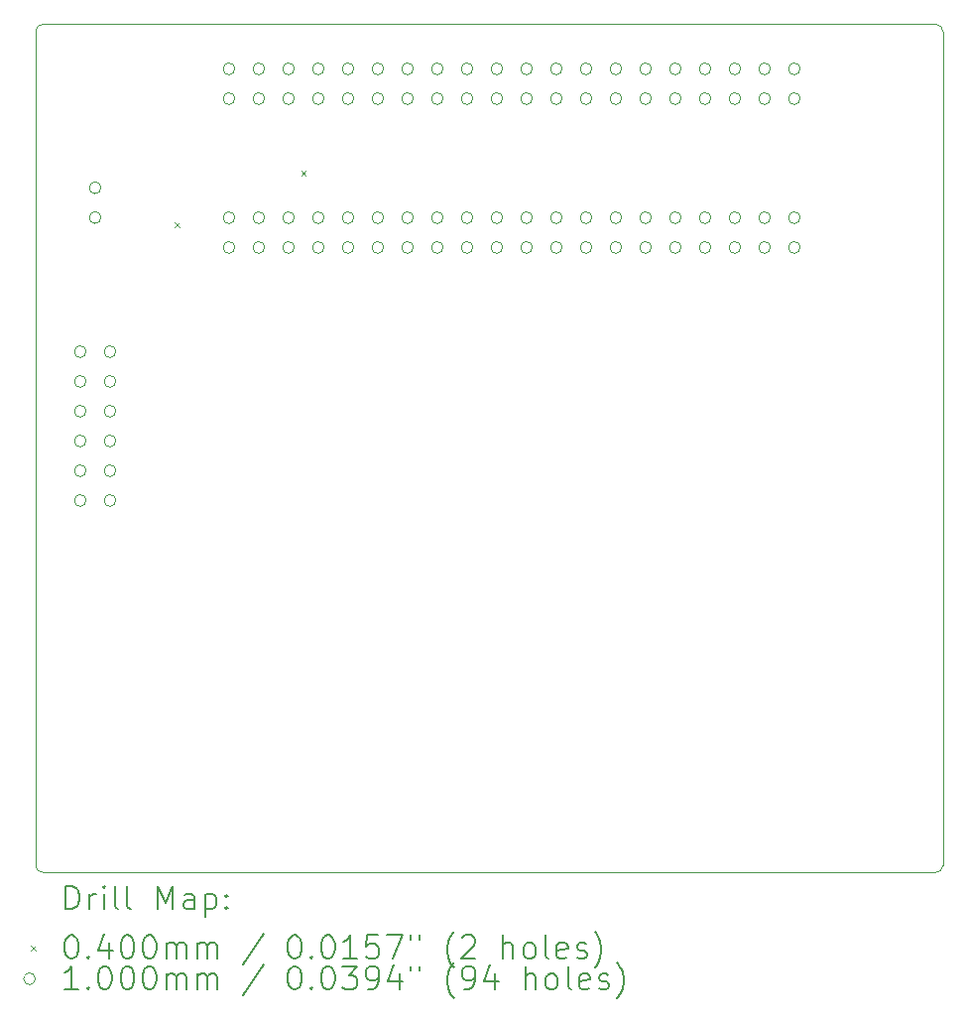
<source format=gbr>
%TF.GenerationSoftware,KiCad,Pcbnew,7.0.11-7.0.11~ubuntu20.04.1*%
%TF.CreationDate,2024-08-17T18:13:59+02:00*%
%TF.ProjectId,kicad-kria-pi4-ext,6b696361-642d-46b7-9269-612d7069342d,1.0*%
%TF.SameCoordinates,Original*%
%TF.FileFunction,Drillmap*%
%TF.FilePolarity,Positive*%
%FSLAX45Y45*%
G04 Gerber Fmt 4.5, Leading zero omitted, Abs format (unit mm)*
G04 Created by KiCad (PCBNEW 7.0.11-7.0.11~ubuntu20.04.1) date 2024-08-17 18:13:59*
%MOMM*%
%LPD*%
G01*
G04 APERTURE LIST*
%ADD10C,0.050000*%
%ADD11C,0.200000*%
%ADD12C,0.100000*%
G04 APERTURE END LIST*
D10*
X16192500Y-11684000D02*
G75*
G03*
X16256000Y-11620500I0J63500D01*
G01*
X16192500Y-11684000D02*
X8572500Y-11684000D01*
X8572500Y-4445000D02*
G75*
G03*
X8509000Y-4508500I0J-63500D01*
G01*
X8509000Y-11620500D02*
G75*
G03*
X8572500Y-11684000I63500J0D01*
G01*
X8572500Y-4445000D02*
X16192500Y-4445000D01*
X16256000Y-4508500D02*
G75*
G03*
X16192500Y-4445000I-63500J0D01*
G01*
X8509000Y-11620500D02*
X8509000Y-4508500D01*
X16256000Y-4508500D02*
X16256000Y-11620500D01*
D11*
D12*
X9695500Y-6139500D02*
X9735500Y-6179500D01*
X9735500Y-6139500D02*
X9695500Y-6179500D01*
X10775000Y-5695000D02*
X10815000Y-5735000D01*
X10815000Y-5695000D02*
X10775000Y-5735000D01*
X8940000Y-7239000D02*
G75*
G03*
X8840000Y-7239000I-50000J0D01*
G01*
X8840000Y-7239000D02*
G75*
G03*
X8940000Y-7239000I50000J0D01*
G01*
X8940000Y-7493000D02*
G75*
G03*
X8840000Y-7493000I-50000J0D01*
G01*
X8840000Y-7493000D02*
G75*
G03*
X8940000Y-7493000I50000J0D01*
G01*
X8940000Y-7747000D02*
G75*
G03*
X8840000Y-7747000I-50000J0D01*
G01*
X8840000Y-7747000D02*
G75*
G03*
X8940000Y-7747000I50000J0D01*
G01*
X8940000Y-8001000D02*
G75*
G03*
X8840000Y-8001000I-50000J0D01*
G01*
X8840000Y-8001000D02*
G75*
G03*
X8940000Y-8001000I50000J0D01*
G01*
X8940000Y-8255000D02*
G75*
G03*
X8840000Y-8255000I-50000J0D01*
G01*
X8840000Y-8255000D02*
G75*
G03*
X8940000Y-8255000I50000J0D01*
G01*
X8940000Y-8509000D02*
G75*
G03*
X8840000Y-8509000I-50000J0D01*
G01*
X8840000Y-8509000D02*
G75*
G03*
X8940000Y-8509000I50000J0D01*
G01*
X9067000Y-5841500D02*
G75*
G03*
X8967000Y-5841500I-50000J0D01*
G01*
X8967000Y-5841500D02*
G75*
G03*
X9067000Y-5841500I50000J0D01*
G01*
X9067000Y-6095500D02*
G75*
G03*
X8967000Y-6095500I-50000J0D01*
G01*
X8967000Y-6095500D02*
G75*
G03*
X9067000Y-6095500I50000J0D01*
G01*
X9194000Y-7239000D02*
G75*
G03*
X9094000Y-7239000I-50000J0D01*
G01*
X9094000Y-7239000D02*
G75*
G03*
X9194000Y-7239000I50000J0D01*
G01*
X9194000Y-7493000D02*
G75*
G03*
X9094000Y-7493000I-50000J0D01*
G01*
X9094000Y-7493000D02*
G75*
G03*
X9194000Y-7493000I50000J0D01*
G01*
X9194000Y-7747000D02*
G75*
G03*
X9094000Y-7747000I-50000J0D01*
G01*
X9094000Y-7747000D02*
G75*
G03*
X9194000Y-7747000I50000J0D01*
G01*
X9194000Y-8001000D02*
G75*
G03*
X9094000Y-8001000I-50000J0D01*
G01*
X9094000Y-8001000D02*
G75*
G03*
X9194000Y-8001000I50000J0D01*
G01*
X9194000Y-8255000D02*
G75*
G03*
X9094000Y-8255000I-50000J0D01*
G01*
X9094000Y-8255000D02*
G75*
G03*
X9194000Y-8255000I50000J0D01*
G01*
X9194000Y-8509000D02*
G75*
G03*
X9094000Y-8509000I-50000J0D01*
G01*
X9094000Y-8509000D02*
G75*
G03*
X9194000Y-8509000I50000J0D01*
G01*
X10210000Y-4826000D02*
G75*
G03*
X10110000Y-4826000I-50000J0D01*
G01*
X10110000Y-4826000D02*
G75*
G03*
X10210000Y-4826000I50000J0D01*
G01*
X10210000Y-5080000D02*
G75*
G03*
X10110000Y-5080000I-50000J0D01*
G01*
X10110000Y-5080000D02*
G75*
G03*
X10210000Y-5080000I50000J0D01*
G01*
X10210000Y-6096000D02*
G75*
G03*
X10110000Y-6096000I-50000J0D01*
G01*
X10110000Y-6096000D02*
G75*
G03*
X10210000Y-6096000I50000J0D01*
G01*
X10210000Y-6350000D02*
G75*
G03*
X10110000Y-6350000I-50000J0D01*
G01*
X10110000Y-6350000D02*
G75*
G03*
X10210000Y-6350000I50000J0D01*
G01*
X10464000Y-4826000D02*
G75*
G03*
X10364000Y-4826000I-50000J0D01*
G01*
X10364000Y-4826000D02*
G75*
G03*
X10464000Y-4826000I50000J0D01*
G01*
X10464000Y-5080000D02*
G75*
G03*
X10364000Y-5080000I-50000J0D01*
G01*
X10364000Y-5080000D02*
G75*
G03*
X10464000Y-5080000I50000J0D01*
G01*
X10464000Y-6096000D02*
G75*
G03*
X10364000Y-6096000I-50000J0D01*
G01*
X10364000Y-6096000D02*
G75*
G03*
X10464000Y-6096000I50000J0D01*
G01*
X10464000Y-6350000D02*
G75*
G03*
X10364000Y-6350000I-50000J0D01*
G01*
X10364000Y-6350000D02*
G75*
G03*
X10464000Y-6350000I50000J0D01*
G01*
X10718000Y-4826000D02*
G75*
G03*
X10618000Y-4826000I-50000J0D01*
G01*
X10618000Y-4826000D02*
G75*
G03*
X10718000Y-4826000I50000J0D01*
G01*
X10718000Y-5080000D02*
G75*
G03*
X10618000Y-5080000I-50000J0D01*
G01*
X10618000Y-5080000D02*
G75*
G03*
X10718000Y-5080000I50000J0D01*
G01*
X10718000Y-6096000D02*
G75*
G03*
X10618000Y-6096000I-50000J0D01*
G01*
X10618000Y-6096000D02*
G75*
G03*
X10718000Y-6096000I50000J0D01*
G01*
X10718000Y-6350000D02*
G75*
G03*
X10618000Y-6350000I-50000J0D01*
G01*
X10618000Y-6350000D02*
G75*
G03*
X10718000Y-6350000I50000J0D01*
G01*
X10972000Y-4826000D02*
G75*
G03*
X10872000Y-4826000I-50000J0D01*
G01*
X10872000Y-4826000D02*
G75*
G03*
X10972000Y-4826000I50000J0D01*
G01*
X10972000Y-5080000D02*
G75*
G03*
X10872000Y-5080000I-50000J0D01*
G01*
X10872000Y-5080000D02*
G75*
G03*
X10972000Y-5080000I50000J0D01*
G01*
X10972000Y-6096000D02*
G75*
G03*
X10872000Y-6096000I-50000J0D01*
G01*
X10872000Y-6096000D02*
G75*
G03*
X10972000Y-6096000I50000J0D01*
G01*
X10972000Y-6350000D02*
G75*
G03*
X10872000Y-6350000I-50000J0D01*
G01*
X10872000Y-6350000D02*
G75*
G03*
X10972000Y-6350000I50000J0D01*
G01*
X11226000Y-4826000D02*
G75*
G03*
X11126000Y-4826000I-50000J0D01*
G01*
X11126000Y-4826000D02*
G75*
G03*
X11226000Y-4826000I50000J0D01*
G01*
X11226000Y-5080000D02*
G75*
G03*
X11126000Y-5080000I-50000J0D01*
G01*
X11126000Y-5080000D02*
G75*
G03*
X11226000Y-5080000I50000J0D01*
G01*
X11226000Y-6096000D02*
G75*
G03*
X11126000Y-6096000I-50000J0D01*
G01*
X11126000Y-6096000D02*
G75*
G03*
X11226000Y-6096000I50000J0D01*
G01*
X11226000Y-6350000D02*
G75*
G03*
X11126000Y-6350000I-50000J0D01*
G01*
X11126000Y-6350000D02*
G75*
G03*
X11226000Y-6350000I50000J0D01*
G01*
X11480000Y-4826000D02*
G75*
G03*
X11380000Y-4826000I-50000J0D01*
G01*
X11380000Y-4826000D02*
G75*
G03*
X11480000Y-4826000I50000J0D01*
G01*
X11480000Y-5080000D02*
G75*
G03*
X11380000Y-5080000I-50000J0D01*
G01*
X11380000Y-5080000D02*
G75*
G03*
X11480000Y-5080000I50000J0D01*
G01*
X11480000Y-6096000D02*
G75*
G03*
X11380000Y-6096000I-50000J0D01*
G01*
X11380000Y-6096000D02*
G75*
G03*
X11480000Y-6096000I50000J0D01*
G01*
X11480000Y-6350000D02*
G75*
G03*
X11380000Y-6350000I-50000J0D01*
G01*
X11380000Y-6350000D02*
G75*
G03*
X11480000Y-6350000I50000J0D01*
G01*
X11734000Y-4826000D02*
G75*
G03*
X11634000Y-4826000I-50000J0D01*
G01*
X11634000Y-4826000D02*
G75*
G03*
X11734000Y-4826000I50000J0D01*
G01*
X11734000Y-5080000D02*
G75*
G03*
X11634000Y-5080000I-50000J0D01*
G01*
X11634000Y-5080000D02*
G75*
G03*
X11734000Y-5080000I50000J0D01*
G01*
X11734000Y-6096000D02*
G75*
G03*
X11634000Y-6096000I-50000J0D01*
G01*
X11634000Y-6096000D02*
G75*
G03*
X11734000Y-6096000I50000J0D01*
G01*
X11734000Y-6350000D02*
G75*
G03*
X11634000Y-6350000I-50000J0D01*
G01*
X11634000Y-6350000D02*
G75*
G03*
X11734000Y-6350000I50000J0D01*
G01*
X11988000Y-4826000D02*
G75*
G03*
X11888000Y-4826000I-50000J0D01*
G01*
X11888000Y-4826000D02*
G75*
G03*
X11988000Y-4826000I50000J0D01*
G01*
X11988000Y-5080000D02*
G75*
G03*
X11888000Y-5080000I-50000J0D01*
G01*
X11888000Y-5080000D02*
G75*
G03*
X11988000Y-5080000I50000J0D01*
G01*
X11988000Y-6096000D02*
G75*
G03*
X11888000Y-6096000I-50000J0D01*
G01*
X11888000Y-6096000D02*
G75*
G03*
X11988000Y-6096000I50000J0D01*
G01*
X11988000Y-6350000D02*
G75*
G03*
X11888000Y-6350000I-50000J0D01*
G01*
X11888000Y-6350000D02*
G75*
G03*
X11988000Y-6350000I50000J0D01*
G01*
X12242000Y-4826000D02*
G75*
G03*
X12142000Y-4826000I-50000J0D01*
G01*
X12142000Y-4826000D02*
G75*
G03*
X12242000Y-4826000I50000J0D01*
G01*
X12242000Y-5080000D02*
G75*
G03*
X12142000Y-5080000I-50000J0D01*
G01*
X12142000Y-5080000D02*
G75*
G03*
X12242000Y-5080000I50000J0D01*
G01*
X12242000Y-6096000D02*
G75*
G03*
X12142000Y-6096000I-50000J0D01*
G01*
X12142000Y-6096000D02*
G75*
G03*
X12242000Y-6096000I50000J0D01*
G01*
X12242000Y-6350000D02*
G75*
G03*
X12142000Y-6350000I-50000J0D01*
G01*
X12142000Y-6350000D02*
G75*
G03*
X12242000Y-6350000I50000J0D01*
G01*
X12496000Y-4826000D02*
G75*
G03*
X12396000Y-4826000I-50000J0D01*
G01*
X12396000Y-4826000D02*
G75*
G03*
X12496000Y-4826000I50000J0D01*
G01*
X12496000Y-5080000D02*
G75*
G03*
X12396000Y-5080000I-50000J0D01*
G01*
X12396000Y-5080000D02*
G75*
G03*
X12496000Y-5080000I50000J0D01*
G01*
X12496000Y-6096000D02*
G75*
G03*
X12396000Y-6096000I-50000J0D01*
G01*
X12396000Y-6096000D02*
G75*
G03*
X12496000Y-6096000I50000J0D01*
G01*
X12496000Y-6350000D02*
G75*
G03*
X12396000Y-6350000I-50000J0D01*
G01*
X12396000Y-6350000D02*
G75*
G03*
X12496000Y-6350000I50000J0D01*
G01*
X12750000Y-4826000D02*
G75*
G03*
X12650000Y-4826000I-50000J0D01*
G01*
X12650000Y-4826000D02*
G75*
G03*
X12750000Y-4826000I50000J0D01*
G01*
X12750000Y-5080000D02*
G75*
G03*
X12650000Y-5080000I-50000J0D01*
G01*
X12650000Y-5080000D02*
G75*
G03*
X12750000Y-5080000I50000J0D01*
G01*
X12750000Y-6096000D02*
G75*
G03*
X12650000Y-6096000I-50000J0D01*
G01*
X12650000Y-6096000D02*
G75*
G03*
X12750000Y-6096000I50000J0D01*
G01*
X12750000Y-6350000D02*
G75*
G03*
X12650000Y-6350000I-50000J0D01*
G01*
X12650000Y-6350000D02*
G75*
G03*
X12750000Y-6350000I50000J0D01*
G01*
X13004000Y-4826000D02*
G75*
G03*
X12904000Y-4826000I-50000J0D01*
G01*
X12904000Y-4826000D02*
G75*
G03*
X13004000Y-4826000I50000J0D01*
G01*
X13004000Y-5080000D02*
G75*
G03*
X12904000Y-5080000I-50000J0D01*
G01*
X12904000Y-5080000D02*
G75*
G03*
X13004000Y-5080000I50000J0D01*
G01*
X13004000Y-6096000D02*
G75*
G03*
X12904000Y-6096000I-50000J0D01*
G01*
X12904000Y-6096000D02*
G75*
G03*
X13004000Y-6096000I50000J0D01*
G01*
X13004000Y-6350000D02*
G75*
G03*
X12904000Y-6350000I-50000J0D01*
G01*
X12904000Y-6350000D02*
G75*
G03*
X13004000Y-6350000I50000J0D01*
G01*
X13258000Y-4826000D02*
G75*
G03*
X13158000Y-4826000I-50000J0D01*
G01*
X13158000Y-4826000D02*
G75*
G03*
X13258000Y-4826000I50000J0D01*
G01*
X13258000Y-5080000D02*
G75*
G03*
X13158000Y-5080000I-50000J0D01*
G01*
X13158000Y-5080000D02*
G75*
G03*
X13258000Y-5080000I50000J0D01*
G01*
X13258000Y-6096000D02*
G75*
G03*
X13158000Y-6096000I-50000J0D01*
G01*
X13158000Y-6096000D02*
G75*
G03*
X13258000Y-6096000I50000J0D01*
G01*
X13258000Y-6350000D02*
G75*
G03*
X13158000Y-6350000I-50000J0D01*
G01*
X13158000Y-6350000D02*
G75*
G03*
X13258000Y-6350000I50000J0D01*
G01*
X13512000Y-4826000D02*
G75*
G03*
X13412000Y-4826000I-50000J0D01*
G01*
X13412000Y-4826000D02*
G75*
G03*
X13512000Y-4826000I50000J0D01*
G01*
X13512000Y-5080000D02*
G75*
G03*
X13412000Y-5080000I-50000J0D01*
G01*
X13412000Y-5080000D02*
G75*
G03*
X13512000Y-5080000I50000J0D01*
G01*
X13512000Y-6096000D02*
G75*
G03*
X13412000Y-6096000I-50000J0D01*
G01*
X13412000Y-6096000D02*
G75*
G03*
X13512000Y-6096000I50000J0D01*
G01*
X13512000Y-6350000D02*
G75*
G03*
X13412000Y-6350000I-50000J0D01*
G01*
X13412000Y-6350000D02*
G75*
G03*
X13512000Y-6350000I50000J0D01*
G01*
X13766000Y-4826000D02*
G75*
G03*
X13666000Y-4826000I-50000J0D01*
G01*
X13666000Y-4826000D02*
G75*
G03*
X13766000Y-4826000I50000J0D01*
G01*
X13766000Y-5080000D02*
G75*
G03*
X13666000Y-5080000I-50000J0D01*
G01*
X13666000Y-5080000D02*
G75*
G03*
X13766000Y-5080000I50000J0D01*
G01*
X13766000Y-6096000D02*
G75*
G03*
X13666000Y-6096000I-50000J0D01*
G01*
X13666000Y-6096000D02*
G75*
G03*
X13766000Y-6096000I50000J0D01*
G01*
X13766000Y-6350000D02*
G75*
G03*
X13666000Y-6350000I-50000J0D01*
G01*
X13666000Y-6350000D02*
G75*
G03*
X13766000Y-6350000I50000J0D01*
G01*
X14020000Y-4826000D02*
G75*
G03*
X13920000Y-4826000I-50000J0D01*
G01*
X13920000Y-4826000D02*
G75*
G03*
X14020000Y-4826000I50000J0D01*
G01*
X14020000Y-5080000D02*
G75*
G03*
X13920000Y-5080000I-50000J0D01*
G01*
X13920000Y-5080000D02*
G75*
G03*
X14020000Y-5080000I50000J0D01*
G01*
X14020000Y-6096000D02*
G75*
G03*
X13920000Y-6096000I-50000J0D01*
G01*
X13920000Y-6096000D02*
G75*
G03*
X14020000Y-6096000I50000J0D01*
G01*
X14020000Y-6350000D02*
G75*
G03*
X13920000Y-6350000I-50000J0D01*
G01*
X13920000Y-6350000D02*
G75*
G03*
X14020000Y-6350000I50000J0D01*
G01*
X14274000Y-4826000D02*
G75*
G03*
X14174000Y-4826000I-50000J0D01*
G01*
X14174000Y-4826000D02*
G75*
G03*
X14274000Y-4826000I50000J0D01*
G01*
X14274000Y-5080000D02*
G75*
G03*
X14174000Y-5080000I-50000J0D01*
G01*
X14174000Y-5080000D02*
G75*
G03*
X14274000Y-5080000I50000J0D01*
G01*
X14274000Y-6096000D02*
G75*
G03*
X14174000Y-6096000I-50000J0D01*
G01*
X14174000Y-6096000D02*
G75*
G03*
X14274000Y-6096000I50000J0D01*
G01*
X14274000Y-6350000D02*
G75*
G03*
X14174000Y-6350000I-50000J0D01*
G01*
X14174000Y-6350000D02*
G75*
G03*
X14274000Y-6350000I50000J0D01*
G01*
X14528000Y-4826000D02*
G75*
G03*
X14428000Y-4826000I-50000J0D01*
G01*
X14428000Y-4826000D02*
G75*
G03*
X14528000Y-4826000I50000J0D01*
G01*
X14528000Y-5080000D02*
G75*
G03*
X14428000Y-5080000I-50000J0D01*
G01*
X14428000Y-5080000D02*
G75*
G03*
X14528000Y-5080000I50000J0D01*
G01*
X14528000Y-6096000D02*
G75*
G03*
X14428000Y-6096000I-50000J0D01*
G01*
X14428000Y-6096000D02*
G75*
G03*
X14528000Y-6096000I50000J0D01*
G01*
X14528000Y-6350000D02*
G75*
G03*
X14428000Y-6350000I-50000J0D01*
G01*
X14428000Y-6350000D02*
G75*
G03*
X14528000Y-6350000I50000J0D01*
G01*
X14782000Y-4826000D02*
G75*
G03*
X14682000Y-4826000I-50000J0D01*
G01*
X14682000Y-4826000D02*
G75*
G03*
X14782000Y-4826000I50000J0D01*
G01*
X14782000Y-5080000D02*
G75*
G03*
X14682000Y-5080000I-50000J0D01*
G01*
X14682000Y-5080000D02*
G75*
G03*
X14782000Y-5080000I50000J0D01*
G01*
X14782000Y-6096000D02*
G75*
G03*
X14682000Y-6096000I-50000J0D01*
G01*
X14682000Y-6096000D02*
G75*
G03*
X14782000Y-6096000I50000J0D01*
G01*
X14782000Y-6350000D02*
G75*
G03*
X14682000Y-6350000I-50000J0D01*
G01*
X14682000Y-6350000D02*
G75*
G03*
X14782000Y-6350000I50000J0D01*
G01*
X15036000Y-4826000D02*
G75*
G03*
X14936000Y-4826000I-50000J0D01*
G01*
X14936000Y-4826000D02*
G75*
G03*
X15036000Y-4826000I50000J0D01*
G01*
X15036000Y-5080000D02*
G75*
G03*
X14936000Y-5080000I-50000J0D01*
G01*
X14936000Y-5080000D02*
G75*
G03*
X15036000Y-5080000I50000J0D01*
G01*
X15036000Y-6096000D02*
G75*
G03*
X14936000Y-6096000I-50000J0D01*
G01*
X14936000Y-6096000D02*
G75*
G03*
X15036000Y-6096000I50000J0D01*
G01*
X15036000Y-6350000D02*
G75*
G03*
X14936000Y-6350000I-50000J0D01*
G01*
X14936000Y-6350000D02*
G75*
G03*
X15036000Y-6350000I50000J0D01*
G01*
D11*
X8767277Y-11997984D02*
X8767277Y-11797984D01*
X8767277Y-11797984D02*
X8814896Y-11797984D01*
X8814896Y-11797984D02*
X8843467Y-11807508D01*
X8843467Y-11807508D02*
X8862515Y-11826555D01*
X8862515Y-11826555D02*
X8872039Y-11845603D01*
X8872039Y-11845603D02*
X8881563Y-11883698D01*
X8881563Y-11883698D02*
X8881563Y-11912269D01*
X8881563Y-11912269D02*
X8872039Y-11950365D01*
X8872039Y-11950365D02*
X8862515Y-11969412D01*
X8862515Y-11969412D02*
X8843467Y-11988460D01*
X8843467Y-11988460D02*
X8814896Y-11997984D01*
X8814896Y-11997984D02*
X8767277Y-11997984D01*
X8967277Y-11997984D02*
X8967277Y-11864650D01*
X8967277Y-11902746D02*
X8976801Y-11883698D01*
X8976801Y-11883698D02*
X8986324Y-11874174D01*
X8986324Y-11874174D02*
X9005372Y-11864650D01*
X9005372Y-11864650D02*
X9024420Y-11864650D01*
X9091086Y-11997984D02*
X9091086Y-11864650D01*
X9091086Y-11797984D02*
X9081563Y-11807508D01*
X9081563Y-11807508D02*
X9091086Y-11817031D01*
X9091086Y-11817031D02*
X9100610Y-11807508D01*
X9100610Y-11807508D02*
X9091086Y-11797984D01*
X9091086Y-11797984D02*
X9091086Y-11817031D01*
X9214896Y-11997984D02*
X9195848Y-11988460D01*
X9195848Y-11988460D02*
X9186324Y-11969412D01*
X9186324Y-11969412D02*
X9186324Y-11797984D01*
X9319658Y-11997984D02*
X9300610Y-11988460D01*
X9300610Y-11988460D02*
X9291086Y-11969412D01*
X9291086Y-11969412D02*
X9291086Y-11797984D01*
X9548229Y-11997984D02*
X9548229Y-11797984D01*
X9548229Y-11797984D02*
X9614896Y-11940841D01*
X9614896Y-11940841D02*
X9681563Y-11797984D01*
X9681563Y-11797984D02*
X9681563Y-11997984D01*
X9862515Y-11997984D02*
X9862515Y-11893222D01*
X9862515Y-11893222D02*
X9852991Y-11874174D01*
X9852991Y-11874174D02*
X9833944Y-11864650D01*
X9833944Y-11864650D02*
X9795848Y-11864650D01*
X9795848Y-11864650D02*
X9776801Y-11874174D01*
X9862515Y-11988460D02*
X9843467Y-11997984D01*
X9843467Y-11997984D02*
X9795848Y-11997984D01*
X9795848Y-11997984D02*
X9776801Y-11988460D01*
X9776801Y-11988460D02*
X9767277Y-11969412D01*
X9767277Y-11969412D02*
X9767277Y-11950365D01*
X9767277Y-11950365D02*
X9776801Y-11931317D01*
X9776801Y-11931317D02*
X9795848Y-11921793D01*
X9795848Y-11921793D02*
X9843467Y-11921793D01*
X9843467Y-11921793D02*
X9862515Y-11912269D01*
X9957753Y-11864650D02*
X9957753Y-12064650D01*
X9957753Y-11874174D02*
X9976801Y-11864650D01*
X9976801Y-11864650D02*
X10014896Y-11864650D01*
X10014896Y-11864650D02*
X10033944Y-11874174D01*
X10033944Y-11874174D02*
X10043467Y-11883698D01*
X10043467Y-11883698D02*
X10052991Y-11902746D01*
X10052991Y-11902746D02*
X10052991Y-11959888D01*
X10052991Y-11959888D02*
X10043467Y-11978936D01*
X10043467Y-11978936D02*
X10033944Y-11988460D01*
X10033944Y-11988460D02*
X10014896Y-11997984D01*
X10014896Y-11997984D02*
X9976801Y-11997984D01*
X9976801Y-11997984D02*
X9957753Y-11988460D01*
X10138705Y-11978936D02*
X10148229Y-11988460D01*
X10148229Y-11988460D02*
X10138705Y-11997984D01*
X10138705Y-11997984D02*
X10129182Y-11988460D01*
X10129182Y-11988460D02*
X10138705Y-11978936D01*
X10138705Y-11978936D02*
X10138705Y-11997984D01*
X10138705Y-11874174D02*
X10148229Y-11883698D01*
X10148229Y-11883698D02*
X10138705Y-11893222D01*
X10138705Y-11893222D02*
X10129182Y-11883698D01*
X10129182Y-11883698D02*
X10138705Y-11874174D01*
X10138705Y-11874174D02*
X10138705Y-11893222D01*
D12*
X8466500Y-12306500D02*
X8506500Y-12346500D01*
X8506500Y-12306500D02*
X8466500Y-12346500D01*
D11*
X8805372Y-12217984D02*
X8824420Y-12217984D01*
X8824420Y-12217984D02*
X8843467Y-12227508D01*
X8843467Y-12227508D02*
X8852991Y-12237031D01*
X8852991Y-12237031D02*
X8862515Y-12256079D01*
X8862515Y-12256079D02*
X8872039Y-12294174D01*
X8872039Y-12294174D02*
X8872039Y-12341793D01*
X8872039Y-12341793D02*
X8862515Y-12379888D01*
X8862515Y-12379888D02*
X8852991Y-12398936D01*
X8852991Y-12398936D02*
X8843467Y-12408460D01*
X8843467Y-12408460D02*
X8824420Y-12417984D01*
X8824420Y-12417984D02*
X8805372Y-12417984D01*
X8805372Y-12417984D02*
X8786324Y-12408460D01*
X8786324Y-12408460D02*
X8776801Y-12398936D01*
X8776801Y-12398936D02*
X8767277Y-12379888D01*
X8767277Y-12379888D02*
X8757753Y-12341793D01*
X8757753Y-12341793D02*
X8757753Y-12294174D01*
X8757753Y-12294174D02*
X8767277Y-12256079D01*
X8767277Y-12256079D02*
X8776801Y-12237031D01*
X8776801Y-12237031D02*
X8786324Y-12227508D01*
X8786324Y-12227508D02*
X8805372Y-12217984D01*
X8957753Y-12398936D02*
X8967277Y-12408460D01*
X8967277Y-12408460D02*
X8957753Y-12417984D01*
X8957753Y-12417984D02*
X8948229Y-12408460D01*
X8948229Y-12408460D02*
X8957753Y-12398936D01*
X8957753Y-12398936D02*
X8957753Y-12417984D01*
X9138705Y-12284650D02*
X9138705Y-12417984D01*
X9091086Y-12208460D02*
X9043467Y-12351317D01*
X9043467Y-12351317D02*
X9167277Y-12351317D01*
X9281563Y-12217984D02*
X9300610Y-12217984D01*
X9300610Y-12217984D02*
X9319658Y-12227508D01*
X9319658Y-12227508D02*
X9329182Y-12237031D01*
X9329182Y-12237031D02*
X9338705Y-12256079D01*
X9338705Y-12256079D02*
X9348229Y-12294174D01*
X9348229Y-12294174D02*
X9348229Y-12341793D01*
X9348229Y-12341793D02*
X9338705Y-12379888D01*
X9338705Y-12379888D02*
X9329182Y-12398936D01*
X9329182Y-12398936D02*
X9319658Y-12408460D01*
X9319658Y-12408460D02*
X9300610Y-12417984D01*
X9300610Y-12417984D02*
X9281563Y-12417984D01*
X9281563Y-12417984D02*
X9262515Y-12408460D01*
X9262515Y-12408460D02*
X9252991Y-12398936D01*
X9252991Y-12398936D02*
X9243467Y-12379888D01*
X9243467Y-12379888D02*
X9233944Y-12341793D01*
X9233944Y-12341793D02*
X9233944Y-12294174D01*
X9233944Y-12294174D02*
X9243467Y-12256079D01*
X9243467Y-12256079D02*
X9252991Y-12237031D01*
X9252991Y-12237031D02*
X9262515Y-12227508D01*
X9262515Y-12227508D02*
X9281563Y-12217984D01*
X9472039Y-12217984D02*
X9491086Y-12217984D01*
X9491086Y-12217984D02*
X9510134Y-12227508D01*
X9510134Y-12227508D02*
X9519658Y-12237031D01*
X9519658Y-12237031D02*
X9529182Y-12256079D01*
X9529182Y-12256079D02*
X9538705Y-12294174D01*
X9538705Y-12294174D02*
X9538705Y-12341793D01*
X9538705Y-12341793D02*
X9529182Y-12379888D01*
X9529182Y-12379888D02*
X9519658Y-12398936D01*
X9519658Y-12398936D02*
X9510134Y-12408460D01*
X9510134Y-12408460D02*
X9491086Y-12417984D01*
X9491086Y-12417984D02*
X9472039Y-12417984D01*
X9472039Y-12417984D02*
X9452991Y-12408460D01*
X9452991Y-12408460D02*
X9443467Y-12398936D01*
X9443467Y-12398936D02*
X9433944Y-12379888D01*
X9433944Y-12379888D02*
X9424420Y-12341793D01*
X9424420Y-12341793D02*
X9424420Y-12294174D01*
X9424420Y-12294174D02*
X9433944Y-12256079D01*
X9433944Y-12256079D02*
X9443467Y-12237031D01*
X9443467Y-12237031D02*
X9452991Y-12227508D01*
X9452991Y-12227508D02*
X9472039Y-12217984D01*
X9624420Y-12417984D02*
X9624420Y-12284650D01*
X9624420Y-12303698D02*
X9633944Y-12294174D01*
X9633944Y-12294174D02*
X9652991Y-12284650D01*
X9652991Y-12284650D02*
X9681563Y-12284650D01*
X9681563Y-12284650D02*
X9700610Y-12294174D01*
X9700610Y-12294174D02*
X9710134Y-12313222D01*
X9710134Y-12313222D02*
X9710134Y-12417984D01*
X9710134Y-12313222D02*
X9719658Y-12294174D01*
X9719658Y-12294174D02*
X9738705Y-12284650D01*
X9738705Y-12284650D02*
X9767277Y-12284650D01*
X9767277Y-12284650D02*
X9786325Y-12294174D01*
X9786325Y-12294174D02*
X9795848Y-12313222D01*
X9795848Y-12313222D02*
X9795848Y-12417984D01*
X9891086Y-12417984D02*
X9891086Y-12284650D01*
X9891086Y-12303698D02*
X9900610Y-12294174D01*
X9900610Y-12294174D02*
X9919658Y-12284650D01*
X9919658Y-12284650D02*
X9948229Y-12284650D01*
X9948229Y-12284650D02*
X9967277Y-12294174D01*
X9967277Y-12294174D02*
X9976801Y-12313222D01*
X9976801Y-12313222D02*
X9976801Y-12417984D01*
X9976801Y-12313222D02*
X9986325Y-12294174D01*
X9986325Y-12294174D02*
X10005372Y-12284650D01*
X10005372Y-12284650D02*
X10033944Y-12284650D01*
X10033944Y-12284650D02*
X10052991Y-12294174D01*
X10052991Y-12294174D02*
X10062515Y-12313222D01*
X10062515Y-12313222D02*
X10062515Y-12417984D01*
X10452991Y-12208460D02*
X10281563Y-12465603D01*
X10710134Y-12217984D02*
X10729182Y-12217984D01*
X10729182Y-12217984D02*
X10748229Y-12227508D01*
X10748229Y-12227508D02*
X10757753Y-12237031D01*
X10757753Y-12237031D02*
X10767277Y-12256079D01*
X10767277Y-12256079D02*
X10776801Y-12294174D01*
X10776801Y-12294174D02*
X10776801Y-12341793D01*
X10776801Y-12341793D02*
X10767277Y-12379888D01*
X10767277Y-12379888D02*
X10757753Y-12398936D01*
X10757753Y-12398936D02*
X10748229Y-12408460D01*
X10748229Y-12408460D02*
X10729182Y-12417984D01*
X10729182Y-12417984D02*
X10710134Y-12417984D01*
X10710134Y-12417984D02*
X10691087Y-12408460D01*
X10691087Y-12408460D02*
X10681563Y-12398936D01*
X10681563Y-12398936D02*
X10672039Y-12379888D01*
X10672039Y-12379888D02*
X10662515Y-12341793D01*
X10662515Y-12341793D02*
X10662515Y-12294174D01*
X10662515Y-12294174D02*
X10672039Y-12256079D01*
X10672039Y-12256079D02*
X10681563Y-12237031D01*
X10681563Y-12237031D02*
X10691087Y-12227508D01*
X10691087Y-12227508D02*
X10710134Y-12217984D01*
X10862515Y-12398936D02*
X10872039Y-12408460D01*
X10872039Y-12408460D02*
X10862515Y-12417984D01*
X10862515Y-12417984D02*
X10852991Y-12408460D01*
X10852991Y-12408460D02*
X10862515Y-12398936D01*
X10862515Y-12398936D02*
X10862515Y-12417984D01*
X10995848Y-12217984D02*
X11014896Y-12217984D01*
X11014896Y-12217984D02*
X11033944Y-12227508D01*
X11033944Y-12227508D02*
X11043468Y-12237031D01*
X11043468Y-12237031D02*
X11052991Y-12256079D01*
X11052991Y-12256079D02*
X11062515Y-12294174D01*
X11062515Y-12294174D02*
X11062515Y-12341793D01*
X11062515Y-12341793D02*
X11052991Y-12379888D01*
X11052991Y-12379888D02*
X11043468Y-12398936D01*
X11043468Y-12398936D02*
X11033944Y-12408460D01*
X11033944Y-12408460D02*
X11014896Y-12417984D01*
X11014896Y-12417984D02*
X10995848Y-12417984D01*
X10995848Y-12417984D02*
X10976801Y-12408460D01*
X10976801Y-12408460D02*
X10967277Y-12398936D01*
X10967277Y-12398936D02*
X10957753Y-12379888D01*
X10957753Y-12379888D02*
X10948229Y-12341793D01*
X10948229Y-12341793D02*
X10948229Y-12294174D01*
X10948229Y-12294174D02*
X10957753Y-12256079D01*
X10957753Y-12256079D02*
X10967277Y-12237031D01*
X10967277Y-12237031D02*
X10976801Y-12227508D01*
X10976801Y-12227508D02*
X10995848Y-12217984D01*
X11252991Y-12417984D02*
X11138706Y-12417984D01*
X11195848Y-12417984D02*
X11195848Y-12217984D01*
X11195848Y-12217984D02*
X11176801Y-12246555D01*
X11176801Y-12246555D02*
X11157753Y-12265603D01*
X11157753Y-12265603D02*
X11138706Y-12275127D01*
X11433944Y-12217984D02*
X11338706Y-12217984D01*
X11338706Y-12217984D02*
X11329182Y-12313222D01*
X11329182Y-12313222D02*
X11338706Y-12303698D01*
X11338706Y-12303698D02*
X11357753Y-12294174D01*
X11357753Y-12294174D02*
X11405372Y-12294174D01*
X11405372Y-12294174D02*
X11424420Y-12303698D01*
X11424420Y-12303698D02*
X11433944Y-12313222D01*
X11433944Y-12313222D02*
X11443467Y-12332269D01*
X11443467Y-12332269D02*
X11443467Y-12379888D01*
X11443467Y-12379888D02*
X11433944Y-12398936D01*
X11433944Y-12398936D02*
X11424420Y-12408460D01*
X11424420Y-12408460D02*
X11405372Y-12417984D01*
X11405372Y-12417984D02*
X11357753Y-12417984D01*
X11357753Y-12417984D02*
X11338706Y-12408460D01*
X11338706Y-12408460D02*
X11329182Y-12398936D01*
X11510134Y-12217984D02*
X11643467Y-12217984D01*
X11643467Y-12217984D02*
X11557753Y-12417984D01*
X11710134Y-12217984D02*
X11710134Y-12256079D01*
X11786325Y-12217984D02*
X11786325Y-12256079D01*
X12081563Y-12494174D02*
X12072039Y-12484650D01*
X12072039Y-12484650D02*
X12052991Y-12456079D01*
X12052991Y-12456079D02*
X12043468Y-12437031D01*
X12043468Y-12437031D02*
X12033944Y-12408460D01*
X12033944Y-12408460D02*
X12024420Y-12360841D01*
X12024420Y-12360841D02*
X12024420Y-12322746D01*
X12024420Y-12322746D02*
X12033944Y-12275127D01*
X12033944Y-12275127D02*
X12043468Y-12246555D01*
X12043468Y-12246555D02*
X12052991Y-12227508D01*
X12052991Y-12227508D02*
X12072039Y-12198936D01*
X12072039Y-12198936D02*
X12081563Y-12189412D01*
X12148229Y-12237031D02*
X12157753Y-12227508D01*
X12157753Y-12227508D02*
X12176801Y-12217984D01*
X12176801Y-12217984D02*
X12224420Y-12217984D01*
X12224420Y-12217984D02*
X12243468Y-12227508D01*
X12243468Y-12227508D02*
X12252991Y-12237031D01*
X12252991Y-12237031D02*
X12262515Y-12256079D01*
X12262515Y-12256079D02*
X12262515Y-12275127D01*
X12262515Y-12275127D02*
X12252991Y-12303698D01*
X12252991Y-12303698D02*
X12138706Y-12417984D01*
X12138706Y-12417984D02*
X12262515Y-12417984D01*
X12500610Y-12417984D02*
X12500610Y-12217984D01*
X12586325Y-12417984D02*
X12586325Y-12313222D01*
X12586325Y-12313222D02*
X12576801Y-12294174D01*
X12576801Y-12294174D02*
X12557753Y-12284650D01*
X12557753Y-12284650D02*
X12529182Y-12284650D01*
X12529182Y-12284650D02*
X12510134Y-12294174D01*
X12510134Y-12294174D02*
X12500610Y-12303698D01*
X12710134Y-12417984D02*
X12691087Y-12408460D01*
X12691087Y-12408460D02*
X12681563Y-12398936D01*
X12681563Y-12398936D02*
X12672039Y-12379888D01*
X12672039Y-12379888D02*
X12672039Y-12322746D01*
X12672039Y-12322746D02*
X12681563Y-12303698D01*
X12681563Y-12303698D02*
X12691087Y-12294174D01*
X12691087Y-12294174D02*
X12710134Y-12284650D01*
X12710134Y-12284650D02*
X12738706Y-12284650D01*
X12738706Y-12284650D02*
X12757753Y-12294174D01*
X12757753Y-12294174D02*
X12767277Y-12303698D01*
X12767277Y-12303698D02*
X12776801Y-12322746D01*
X12776801Y-12322746D02*
X12776801Y-12379888D01*
X12776801Y-12379888D02*
X12767277Y-12398936D01*
X12767277Y-12398936D02*
X12757753Y-12408460D01*
X12757753Y-12408460D02*
X12738706Y-12417984D01*
X12738706Y-12417984D02*
X12710134Y-12417984D01*
X12891087Y-12417984D02*
X12872039Y-12408460D01*
X12872039Y-12408460D02*
X12862515Y-12389412D01*
X12862515Y-12389412D02*
X12862515Y-12217984D01*
X13043468Y-12408460D02*
X13024420Y-12417984D01*
X13024420Y-12417984D02*
X12986325Y-12417984D01*
X12986325Y-12417984D02*
X12967277Y-12408460D01*
X12967277Y-12408460D02*
X12957753Y-12389412D01*
X12957753Y-12389412D02*
X12957753Y-12313222D01*
X12957753Y-12313222D02*
X12967277Y-12294174D01*
X12967277Y-12294174D02*
X12986325Y-12284650D01*
X12986325Y-12284650D02*
X13024420Y-12284650D01*
X13024420Y-12284650D02*
X13043468Y-12294174D01*
X13043468Y-12294174D02*
X13052991Y-12313222D01*
X13052991Y-12313222D02*
X13052991Y-12332269D01*
X13052991Y-12332269D02*
X12957753Y-12351317D01*
X13129182Y-12408460D02*
X13148230Y-12417984D01*
X13148230Y-12417984D02*
X13186325Y-12417984D01*
X13186325Y-12417984D02*
X13205372Y-12408460D01*
X13205372Y-12408460D02*
X13214896Y-12389412D01*
X13214896Y-12389412D02*
X13214896Y-12379888D01*
X13214896Y-12379888D02*
X13205372Y-12360841D01*
X13205372Y-12360841D02*
X13186325Y-12351317D01*
X13186325Y-12351317D02*
X13157753Y-12351317D01*
X13157753Y-12351317D02*
X13138706Y-12341793D01*
X13138706Y-12341793D02*
X13129182Y-12322746D01*
X13129182Y-12322746D02*
X13129182Y-12313222D01*
X13129182Y-12313222D02*
X13138706Y-12294174D01*
X13138706Y-12294174D02*
X13157753Y-12284650D01*
X13157753Y-12284650D02*
X13186325Y-12284650D01*
X13186325Y-12284650D02*
X13205372Y-12294174D01*
X13281563Y-12494174D02*
X13291087Y-12484650D01*
X13291087Y-12484650D02*
X13310134Y-12456079D01*
X13310134Y-12456079D02*
X13319658Y-12437031D01*
X13319658Y-12437031D02*
X13329182Y-12408460D01*
X13329182Y-12408460D02*
X13338706Y-12360841D01*
X13338706Y-12360841D02*
X13338706Y-12322746D01*
X13338706Y-12322746D02*
X13329182Y-12275127D01*
X13329182Y-12275127D02*
X13319658Y-12246555D01*
X13319658Y-12246555D02*
X13310134Y-12227508D01*
X13310134Y-12227508D02*
X13291087Y-12198936D01*
X13291087Y-12198936D02*
X13281563Y-12189412D01*
D12*
X8506500Y-12590500D02*
G75*
G03*
X8406500Y-12590500I-50000J0D01*
G01*
X8406500Y-12590500D02*
G75*
G03*
X8506500Y-12590500I50000J0D01*
G01*
D11*
X8872039Y-12681984D02*
X8757753Y-12681984D01*
X8814896Y-12681984D02*
X8814896Y-12481984D01*
X8814896Y-12481984D02*
X8795848Y-12510555D01*
X8795848Y-12510555D02*
X8776801Y-12529603D01*
X8776801Y-12529603D02*
X8757753Y-12539127D01*
X8957753Y-12662936D02*
X8967277Y-12672460D01*
X8967277Y-12672460D02*
X8957753Y-12681984D01*
X8957753Y-12681984D02*
X8948229Y-12672460D01*
X8948229Y-12672460D02*
X8957753Y-12662936D01*
X8957753Y-12662936D02*
X8957753Y-12681984D01*
X9091086Y-12481984D02*
X9110134Y-12481984D01*
X9110134Y-12481984D02*
X9129182Y-12491508D01*
X9129182Y-12491508D02*
X9138705Y-12501031D01*
X9138705Y-12501031D02*
X9148229Y-12520079D01*
X9148229Y-12520079D02*
X9157753Y-12558174D01*
X9157753Y-12558174D02*
X9157753Y-12605793D01*
X9157753Y-12605793D02*
X9148229Y-12643888D01*
X9148229Y-12643888D02*
X9138705Y-12662936D01*
X9138705Y-12662936D02*
X9129182Y-12672460D01*
X9129182Y-12672460D02*
X9110134Y-12681984D01*
X9110134Y-12681984D02*
X9091086Y-12681984D01*
X9091086Y-12681984D02*
X9072039Y-12672460D01*
X9072039Y-12672460D02*
X9062515Y-12662936D01*
X9062515Y-12662936D02*
X9052991Y-12643888D01*
X9052991Y-12643888D02*
X9043467Y-12605793D01*
X9043467Y-12605793D02*
X9043467Y-12558174D01*
X9043467Y-12558174D02*
X9052991Y-12520079D01*
X9052991Y-12520079D02*
X9062515Y-12501031D01*
X9062515Y-12501031D02*
X9072039Y-12491508D01*
X9072039Y-12491508D02*
X9091086Y-12481984D01*
X9281563Y-12481984D02*
X9300610Y-12481984D01*
X9300610Y-12481984D02*
X9319658Y-12491508D01*
X9319658Y-12491508D02*
X9329182Y-12501031D01*
X9329182Y-12501031D02*
X9338705Y-12520079D01*
X9338705Y-12520079D02*
X9348229Y-12558174D01*
X9348229Y-12558174D02*
X9348229Y-12605793D01*
X9348229Y-12605793D02*
X9338705Y-12643888D01*
X9338705Y-12643888D02*
X9329182Y-12662936D01*
X9329182Y-12662936D02*
X9319658Y-12672460D01*
X9319658Y-12672460D02*
X9300610Y-12681984D01*
X9300610Y-12681984D02*
X9281563Y-12681984D01*
X9281563Y-12681984D02*
X9262515Y-12672460D01*
X9262515Y-12672460D02*
X9252991Y-12662936D01*
X9252991Y-12662936D02*
X9243467Y-12643888D01*
X9243467Y-12643888D02*
X9233944Y-12605793D01*
X9233944Y-12605793D02*
X9233944Y-12558174D01*
X9233944Y-12558174D02*
X9243467Y-12520079D01*
X9243467Y-12520079D02*
X9252991Y-12501031D01*
X9252991Y-12501031D02*
X9262515Y-12491508D01*
X9262515Y-12491508D02*
X9281563Y-12481984D01*
X9472039Y-12481984D02*
X9491086Y-12481984D01*
X9491086Y-12481984D02*
X9510134Y-12491508D01*
X9510134Y-12491508D02*
X9519658Y-12501031D01*
X9519658Y-12501031D02*
X9529182Y-12520079D01*
X9529182Y-12520079D02*
X9538705Y-12558174D01*
X9538705Y-12558174D02*
X9538705Y-12605793D01*
X9538705Y-12605793D02*
X9529182Y-12643888D01*
X9529182Y-12643888D02*
X9519658Y-12662936D01*
X9519658Y-12662936D02*
X9510134Y-12672460D01*
X9510134Y-12672460D02*
X9491086Y-12681984D01*
X9491086Y-12681984D02*
X9472039Y-12681984D01*
X9472039Y-12681984D02*
X9452991Y-12672460D01*
X9452991Y-12672460D02*
X9443467Y-12662936D01*
X9443467Y-12662936D02*
X9433944Y-12643888D01*
X9433944Y-12643888D02*
X9424420Y-12605793D01*
X9424420Y-12605793D02*
X9424420Y-12558174D01*
X9424420Y-12558174D02*
X9433944Y-12520079D01*
X9433944Y-12520079D02*
X9443467Y-12501031D01*
X9443467Y-12501031D02*
X9452991Y-12491508D01*
X9452991Y-12491508D02*
X9472039Y-12481984D01*
X9624420Y-12681984D02*
X9624420Y-12548650D01*
X9624420Y-12567698D02*
X9633944Y-12558174D01*
X9633944Y-12558174D02*
X9652991Y-12548650D01*
X9652991Y-12548650D02*
X9681563Y-12548650D01*
X9681563Y-12548650D02*
X9700610Y-12558174D01*
X9700610Y-12558174D02*
X9710134Y-12577222D01*
X9710134Y-12577222D02*
X9710134Y-12681984D01*
X9710134Y-12577222D02*
X9719658Y-12558174D01*
X9719658Y-12558174D02*
X9738705Y-12548650D01*
X9738705Y-12548650D02*
X9767277Y-12548650D01*
X9767277Y-12548650D02*
X9786325Y-12558174D01*
X9786325Y-12558174D02*
X9795848Y-12577222D01*
X9795848Y-12577222D02*
X9795848Y-12681984D01*
X9891086Y-12681984D02*
X9891086Y-12548650D01*
X9891086Y-12567698D02*
X9900610Y-12558174D01*
X9900610Y-12558174D02*
X9919658Y-12548650D01*
X9919658Y-12548650D02*
X9948229Y-12548650D01*
X9948229Y-12548650D02*
X9967277Y-12558174D01*
X9967277Y-12558174D02*
X9976801Y-12577222D01*
X9976801Y-12577222D02*
X9976801Y-12681984D01*
X9976801Y-12577222D02*
X9986325Y-12558174D01*
X9986325Y-12558174D02*
X10005372Y-12548650D01*
X10005372Y-12548650D02*
X10033944Y-12548650D01*
X10033944Y-12548650D02*
X10052991Y-12558174D01*
X10052991Y-12558174D02*
X10062515Y-12577222D01*
X10062515Y-12577222D02*
X10062515Y-12681984D01*
X10452991Y-12472460D02*
X10281563Y-12729603D01*
X10710134Y-12481984D02*
X10729182Y-12481984D01*
X10729182Y-12481984D02*
X10748229Y-12491508D01*
X10748229Y-12491508D02*
X10757753Y-12501031D01*
X10757753Y-12501031D02*
X10767277Y-12520079D01*
X10767277Y-12520079D02*
X10776801Y-12558174D01*
X10776801Y-12558174D02*
X10776801Y-12605793D01*
X10776801Y-12605793D02*
X10767277Y-12643888D01*
X10767277Y-12643888D02*
X10757753Y-12662936D01*
X10757753Y-12662936D02*
X10748229Y-12672460D01*
X10748229Y-12672460D02*
X10729182Y-12681984D01*
X10729182Y-12681984D02*
X10710134Y-12681984D01*
X10710134Y-12681984D02*
X10691087Y-12672460D01*
X10691087Y-12672460D02*
X10681563Y-12662936D01*
X10681563Y-12662936D02*
X10672039Y-12643888D01*
X10672039Y-12643888D02*
X10662515Y-12605793D01*
X10662515Y-12605793D02*
X10662515Y-12558174D01*
X10662515Y-12558174D02*
X10672039Y-12520079D01*
X10672039Y-12520079D02*
X10681563Y-12501031D01*
X10681563Y-12501031D02*
X10691087Y-12491508D01*
X10691087Y-12491508D02*
X10710134Y-12481984D01*
X10862515Y-12662936D02*
X10872039Y-12672460D01*
X10872039Y-12672460D02*
X10862515Y-12681984D01*
X10862515Y-12681984D02*
X10852991Y-12672460D01*
X10852991Y-12672460D02*
X10862515Y-12662936D01*
X10862515Y-12662936D02*
X10862515Y-12681984D01*
X10995848Y-12481984D02*
X11014896Y-12481984D01*
X11014896Y-12481984D02*
X11033944Y-12491508D01*
X11033944Y-12491508D02*
X11043468Y-12501031D01*
X11043468Y-12501031D02*
X11052991Y-12520079D01*
X11052991Y-12520079D02*
X11062515Y-12558174D01*
X11062515Y-12558174D02*
X11062515Y-12605793D01*
X11062515Y-12605793D02*
X11052991Y-12643888D01*
X11052991Y-12643888D02*
X11043468Y-12662936D01*
X11043468Y-12662936D02*
X11033944Y-12672460D01*
X11033944Y-12672460D02*
X11014896Y-12681984D01*
X11014896Y-12681984D02*
X10995848Y-12681984D01*
X10995848Y-12681984D02*
X10976801Y-12672460D01*
X10976801Y-12672460D02*
X10967277Y-12662936D01*
X10967277Y-12662936D02*
X10957753Y-12643888D01*
X10957753Y-12643888D02*
X10948229Y-12605793D01*
X10948229Y-12605793D02*
X10948229Y-12558174D01*
X10948229Y-12558174D02*
X10957753Y-12520079D01*
X10957753Y-12520079D02*
X10967277Y-12501031D01*
X10967277Y-12501031D02*
X10976801Y-12491508D01*
X10976801Y-12491508D02*
X10995848Y-12481984D01*
X11129182Y-12481984D02*
X11252991Y-12481984D01*
X11252991Y-12481984D02*
X11186325Y-12558174D01*
X11186325Y-12558174D02*
X11214896Y-12558174D01*
X11214896Y-12558174D02*
X11233944Y-12567698D01*
X11233944Y-12567698D02*
X11243467Y-12577222D01*
X11243467Y-12577222D02*
X11252991Y-12596269D01*
X11252991Y-12596269D02*
X11252991Y-12643888D01*
X11252991Y-12643888D02*
X11243467Y-12662936D01*
X11243467Y-12662936D02*
X11233944Y-12672460D01*
X11233944Y-12672460D02*
X11214896Y-12681984D01*
X11214896Y-12681984D02*
X11157753Y-12681984D01*
X11157753Y-12681984D02*
X11138706Y-12672460D01*
X11138706Y-12672460D02*
X11129182Y-12662936D01*
X11348229Y-12681984D02*
X11386325Y-12681984D01*
X11386325Y-12681984D02*
X11405372Y-12672460D01*
X11405372Y-12672460D02*
X11414896Y-12662936D01*
X11414896Y-12662936D02*
X11433944Y-12634365D01*
X11433944Y-12634365D02*
X11443467Y-12596269D01*
X11443467Y-12596269D02*
X11443467Y-12520079D01*
X11443467Y-12520079D02*
X11433944Y-12501031D01*
X11433944Y-12501031D02*
X11424420Y-12491508D01*
X11424420Y-12491508D02*
X11405372Y-12481984D01*
X11405372Y-12481984D02*
X11367277Y-12481984D01*
X11367277Y-12481984D02*
X11348229Y-12491508D01*
X11348229Y-12491508D02*
X11338706Y-12501031D01*
X11338706Y-12501031D02*
X11329182Y-12520079D01*
X11329182Y-12520079D02*
X11329182Y-12567698D01*
X11329182Y-12567698D02*
X11338706Y-12586746D01*
X11338706Y-12586746D02*
X11348229Y-12596269D01*
X11348229Y-12596269D02*
X11367277Y-12605793D01*
X11367277Y-12605793D02*
X11405372Y-12605793D01*
X11405372Y-12605793D02*
X11424420Y-12596269D01*
X11424420Y-12596269D02*
X11433944Y-12586746D01*
X11433944Y-12586746D02*
X11443467Y-12567698D01*
X11614896Y-12548650D02*
X11614896Y-12681984D01*
X11567277Y-12472460D02*
X11519658Y-12615317D01*
X11519658Y-12615317D02*
X11643467Y-12615317D01*
X11710134Y-12481984D02*
X11710134Y-12520079D01*
X11786325Y-12481984D02*
X11786325Y-12520079D01*
X12081563Y-12758174D02*
X12072039Y-12748650D01*
X12072039Y-12748650D02*
X12052991Y-12720079D01*
X12052991Y-12720079D02*
X12043468Y-12701031D01*
X12043468Y-12701031D02*
X12033944Y-12672460D01*
X12033944Y-12672460D02*
X12024420Y-12624841D01*
X12024420Y-12624841D02*
X12024420Y-12586746D01*
X12024420Y-12586746D02*
X12033944Y-12539127D01*
X12033944Y-12539127D02*
X12043468Y-12510555D01*
X12043468Y-12510555D02*
X12052991Y-12491508D01*
X12052991Y-12491508D02*
X12072039Y-12462936D01*
X12072039Y-12462936D02*
X12081563Y-12453412D01*
X12167277Y-12681984D02*
X12205372Y-12681984D01*
X12205372Y-12681984D02*
X12224420Y-12672460D01*
X12224420Y-12672460D02*
X12233944Y-12662936D01*
X12233944Y-12662936D02*
X12252991Y-12634365D01*
X12252991Y-12634365D02*
X12262515Y-12596269D01*
X12262515Y-12596269D02*
X12262515Y-12520079D01*
X12262515Y-12520079D02*
X12252991Y-12501031D01*
X12252991Y-12501031D02*
X12243468Y-12491508D01*
X12243468Y-12491508D02*
X12224420Y-12481984D01*
X12224420Y-12481984D02*
X12186325Y-12481984D01*
X12186325Y-12481984D02*
X12167277Y-12491508D01*
X12167277Y-12491508D02*
X12157753Y-12501031D01*
X12157753Y-12501031D02*
X12148229Y-12520079D01*
X12148229Y-12520079D02*
X12148229Y-12567698D01*
X12148229Y-12567698D02*
X12157753Y-12586746D01*
X12157753Y-12586746D02*
X12167277Y-12596269D01*
X12167277Y-12596269D02*
X12186325Y-12605793D01*
X12186325Y-12605793D02*
X12224420Y-12605793D01*
X12224420Y-12605793D02*
X12243468Y-12596269D01*
X12243468Y-12596269D02*
X12252991Y-12586746D01*
X12252991Y-12586746D02*
X12262515Y-12567698D01*
X12433944Y-12548650D02*
X12433944Y-12681984D01*
X12386325Y-12472460D02*
X12338706Y-12615317D01*
X12338706Y-12615317D02*
X12462515Y-12615317D01*
X12691087Y-12681984D02*
X12691087Y-12481984D01*
X12776801Y-12681984D02*
X12776801Y-12577222D01*
X12776801Y-12577222D02*
X12767277Y-12558174D01*
X12767277Y-12558174D02*
X12748230Y-12548650D01*
X12748230Y-12548650D02*
X12719658Y-12548650D01*
X12719658Y-12548650D02*
X12700610Y-12558174D01*
X12700610Y-12558174D02*
X12691087Y-12567698D01*
X12900610Y-12681984D02*
X12881563Y-12672460D01*
X12881563Y-12672460D02*
X12872039Y-12662936D01*
X12872039Y-12662936D02*
X12862515Y-12643888D01*
X12862515Y-12643888D02*
X12862515Y-12586746D01*
X12862515Y-12586746D02*
X12872039Y-12567698D01*
X12872039Y-12567698D02*
X12881563Y-12558174D01*
X12881563Y-12558174D02*
X12900610Y-12548650D01*
X12900610Y-12548650D02*
X12929182Y-12548650D01*
X12929182Y-12548650D02*
X12948230Y-12558174D01*
X12948230Y-12558174D02*
X12957753Y-12567698D01*
X12957753Y-12567698D02*
X12967277Y-12586746D01*
X12967277Y-12586746D02*
X12967277Y-12643888D01*
X12967277Y-12643888D02*
X12957753Y-12662936D01*
X12957753Y-12662936D02*
X12948230Y-12672460D01*
X12948230Y-12672460D02*
X12929182Y-12681984D01*
X12929182Y-12681984D02*
X12900610Y-12681984D01*
X13081563Y-12681984D02*
X13062515Y-12672460D01*
X13062515Y-12672460D02*
X13052991Y-12653412D01*
X13052991Y-12653412D02*
X13052991Y-12481984D01*
X13233944Y-12672460D02*
X13214896Y-12681984D01*
X13214896Y-12681984D02*
X13176801Y-12681984D01*
X13176801Y-12681984D02*
X13157753Y-12672460D01*
X13157753Y-12672460D02*
X13148230Y-12653412D01*
X13148230Y-12653412D02*
X13148230Y-12577222D01*
X13148230Y-12577222D02*
X13157753Y-12558174D01*
X13157753Y-12558174D02*
X13176801Y-12548650D01*
X13176801Y-12548650D02*
X13214896Y-12548650D01*
X13214896Y-12548650D02*
X13233944Y-12558174D01*
X13233944Y-12558174D02*
X13243468Y-12577222D01*
X13243468Y-12577222D02*
X13243468Y-12596269D01*
X13243468Y-12596269D02*
X13148230Y-12615317D01*
X13319658Y-12672460D02*
X13338706Y-12681984D01*
X13338706Y-12681984D02*
X13376801Y-12681984D01*
X13376801Y-12681984D02*
X13395849Y-12672460D01*
X13395849Y-12672460D02*
X13405372Y-12653412D01*
X13405372Y-12653412D02*
X13405372Y-12643888D01*
X13405372Y-12643888D02*
X13395849Y-12624841D01*
X13395849Y-12624841D02*
X13376801Y-12615317D01*
X13376801Y-12615317D02*
X13348230Y-12615317D01*
X13348230Y-12615317D02*
X13329182Y-12605793D01*
X13329182Y-12605793D02*
X13319658Y-12586746D01*
X13319658Y-12586746D02*
X13319658Y-12577222D01*
X13319658Y-12577222D02*
X13329182Y-12558174D01*
X13329182Y-12558174D02*
X13348230Y-12548650D01*
X13348230Y-12548650D02*
X13376801Y-12548650D01*
X13376801Y-12548650D02*
X13395849Y-12558174D01*
X13472039Y-12758174D02*
X13481563Y-12748650D01*
X13481563Y-12748650D02*
X13500611Y-12720079D01*
X13500611Y-12720079D02*
X13510134Y-12701031D01*
X13510134Y-12701031D02*
X13519658Y-12672460D01*
X13519658Y-12672460D02*
X13529182Y-12624841D01*
X13529182Y-12624841D02*
X13529182Y-12586746D01*
X13529182Y-12586746D02*
X13519658Y-12539127D01*
X13519658Y-12539127D02*
X13510134Y-12510555D01*
X13510134Y-12510555D02*
X13500611Y-12491508D01*
X13500611Y-12491508D02*
X13481563Y-12462936D01*
X13481563Y-12462936D02*
X13472039Y-12453412D01*
M02*

</source>
